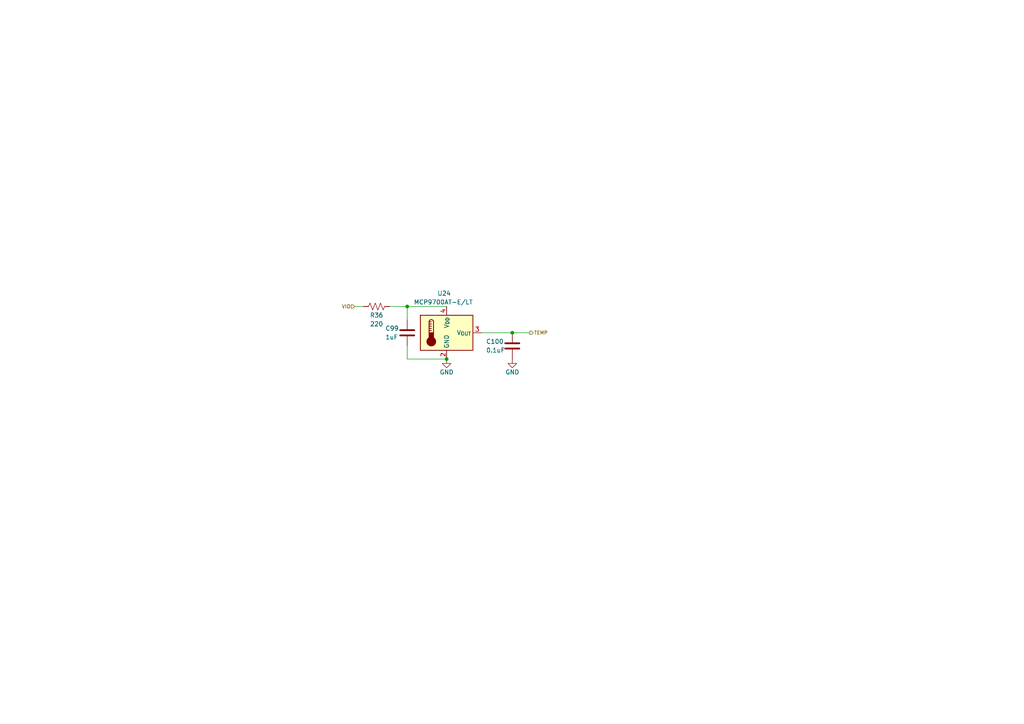
<source format=kicad_sch>
(kicad_sch (version 20230121) (generator eeschema)
  (paper "A4")
  (lib_symbols
    (symbol "Device:C" (pin_numbers hide) (pin_names (offset 0.254))
      (property "Reference" "C" (at 0.635 2.54 0))
      (property "Value" "C" (at 0.635 -2.54 0))
      (symbol "C_0_1"
        (polyline (pts (xy -2.032 -0.762) (xy 2.032 -0.762)) (stroke (width 0.508)))
        (polyline (pts (xy -2.032 0.762) (xy 2.032 0.762)) (stroke (width 0.508)))
      )
      (symbol "C_1_1"
        (pin passive line (at 0 3.81 270) (length 2.794) (name "~") (number "1"))
        (pin passive line (at 0 -3.81 90) (length 2.794) (name "~") (number "2"))
      )
    )
    (symbol "Device:R_US" (pin_numbers hide) (pin_names (offset 0))
      (property "Reference" "R" (at 2.54 0 90))
      (property "Value" "R_US" (at -2.54 0 90))
      (symbol "R_US_0_1"
        (polyline (pts (xy 0 -2.286) (xy 0 -2.54)))
        (polyline (pts (xy 0 2.286) (xy 0 2.54)))
        (polyline (pts (xy 0 -0.762) (xy 1.016 -1.143) (xy 0 -1.524) (xy -1.016 -1.905) (xy 0 -2.286)))
        (polyline (pts (xy 0 0.762) (xy 1.016 0.381) (xy 0 0) (xy -1.016 -0.381) (xy 0 -0.762)))
        (polyline (pts (xy 0 2.286) (xy 1.016 1.905) (xy 0 1.524) (xy -1.016 1.143) (xy 0 0.762)))
      )
      (symbol "R_US_1_1"
        (pin passive line (at 0 3.81 270) (length 1.27) (name "~") (number "1"))
        (pin passive line (at 0 -3.81 90) (length 1.27) (name "~") (number "2"))
      )
    )
    (symbol "Sensor_Temperature:MCP9700Ax-ELT"
      (property "Reference" "U" (at -6.35 6.35 0))
      (property "Value" "MCP9700Ax-ELT" (at 1.27 6.35 0))
      (symbol "MCP9700Ax-ELT_0_1"
        (rectangle (start -7.62 5.08) (end 7.62 -5.08) (stroke (width 0.254)) (fill (type background)))
        (circle (center -4.445 -2.54) (radius 1.27) (stroke (width 0.254)) (fill (type outline)))
        (rectangle (start -3.81 -1.905) (end -5.08 0) (stroke (width 0.254)) (fill (type outline)))
        (arc (start -3.81 3.175) (mid -4.445 3.8073) (end -5.08 3.175) (stroke (width 0.254)))
        (polyline (pts (xy -5.08 0.635) (xy -4.445 0.635)) (stroke (width 0.254)))
        (polyline (pts (xy -5.08 1.27) (xy -4.445 1.27)) (stroke (width 0.254)))
        (polyline (pts (xy -5.08 1.905) (xy -4.445 1.905)) (stroke (width 0.254)))
        (polyline (pts (xy -5.08 2.54) (xy -4.445 2.54)) (stroke (width 0.254)))
        (polyline (pts (xy -5.08 3.175) (xy -5.08 0)) (stroke (width 0.254)))
        (polyline (pts (xy -5.08 3.175) (xy -4.445 3.175)) (stroke (width 0.254)))
        (polyline (pts (xy -3.81 3.175) (xy -3.81 0)) (stroke (width 0.254)))
      )
      (symbol "MCP9700Ax-ELT_1_1"
        (pin no_connect line (at 7.62 -2.54 180) (length 2.54) hide (name "NC") (number "1"))
        (pin power_in line (at 0 -7.62 90) (length 2.54) (name "GND") (number "2"))
        (pin output line (at 10.16 0 180) (length 2.54) (name "V_{OUT}") (number "3"))
        (pin power_in line (at 0 7.62 270) (length 2.54) (name "V_{DD}") (number "4"))
        (pin no_connect line (at 7.62 2.54 180) (length 2.54) hide (name "NC") (number "5"))
      )
    )
    (symbol "power:GND" (power) (pin_names (offset 0))
      (property "Value" "GND" (at 0 -3.81 0))
      (symbol "GND_0_1"
        (polyline (pts (xy 0 0) (xy 0 -1.27) (xy 1.27 -1.27) (xy 0 -2.54) (xy -1.27 -1.27) (xy 0 -1.27)))
      )
      (symbol "GND_1_1"
        (pin power_in line (at 0 0 270) (length 0) hide (name "GND") (number "1"))
      )
    )
  )
  (junction (at 129.54 104.14))
  (junction (at 148.59 96.52))
  (junction (at 118.11 88.9))
  (wire (pts (xy 129.54 104.14) (xy 118.11 104.14)))
  (wire (pts (xy 118.11 104.14) (xy 118.11 100.33)))
  (wire (pts (xy 118.11 88.9) (xy 118.11 92.71)))
  (wire (pts (xy 139.7 96.52) (xy 148.59 96.52)))
  (wire (pts (xy 148.59 96.52) (xy 153.67 96.52)))
  (wire (pts (xy 118.11 88.9) (xy 129.54 88.9)))
  (wire (pts (xy 105.41 88.9) (xy 102.87 88.9)))
  (wire (pts (xy 113.03 88.9) (xy 118.11 88.9)))
  (hierarchical_label "TEMP" (shape output) (at 153.67 96.52 0) (effects (font (size 1.016 1.016))))
  (hierarchical_label "VIO" (shape input) (at 102.87 88.9 180) (effects (font (size 1.016 1.016))))
  (symbol (lib_id "power:GND") (at 148.59 104.14 0) (unit 1)
    (property "Reference" "#PWR04" (effects hide))
    (property "Value" "GND" (at 148.59 107.95 0))
    (instances (project "mainboard" (path "" (reference "#PWR04") (unit 1)) (path "" (reference "#PWR050") (unit 1)) (path "" (reference "#PWR0128") (unit 1)) (path "" (reference "#PWR0131") (unit 1)) (path "" (reference "#PWR0133") (unit 1))))
  )
  (symbol (lib_id "Device:R_US") (at 109.22 88.9 90) (unit 1)
    (property "Reference" "R36" (at 109.22 91.44 90))
    (property "Value" "220" (at 109.22 93.98 90))
    (property "Footprint" "Resistor_SMD:R_0603_1608Metric" (effects hide))
    (instances (project "mainboard" (path "" (reference "R36") (unit 1)) (path "" (reference "R29") (unit 1)) (path "" (reference "R119") (unit 1)) (path "" (reference "R125") (unit 1)) (path "" (reference "R126") (unit 1))))
  )
  (symbol (lib_id "Sensor_Temperature:MCP9700Ax-ELT") (at 129.54 96.52 0) (unit 1)
    (property "Reference" "U24" (at 130.81 85.09 0) (effects (justify right)))
    (property "Value" "MCP9700AT-E/LT" (at 137.16 87.63 0) (effects (justify right)))
    (property "Footprint" "Package_TO_SOT_SMD:SOT-353_SC-70-5" (effects hide))
    (property "Datasheet" "http://ww1.microchip.com/downloads/en/DeviceDoc/20001942G.pdf" (effects hide))
    (property "Mfr. Part No" "MCP9700AT-E/LT" (effects hide))
    (instances (project "mainboard" (path "" (reference "U24") (unit 1)) (path "" (reference "U9") (unit 1)) (path "" (reference "U24") (unit 1)) (path "" (reference "U25") (unit 1)) (path "" (reference "U26") (unit 1))))
  )
  (symbol (lib_id "power:GND") (at 129.54 104.14 0) (unit 1)
    (property "Reference" "#PWR0136" (effects hide))
    (property "Value" "GND" (at 129.54 107.95 0))
    (instances (project "mainboard" (path "" (reference "#PWR0136") (unit 1)) (path "" (reference "#PWR049") (unit 1)) (path "" (reference "#PWR0127") (unit 1)) (path "" (reference "#PWR0130") (unit 1)) (path "" (reference "#PWR0132") (unit 1))))
  )
  (symbol (lib_id "Device:C") (at 148.59 100.33 0) (unit 1)
    (property "Reference" "C100" (at 140.97 99.06 0) (effects (justify left)))
    (property "Value" "0.1uF" (at 140.97 101.6 0) (effects (justify left)))
    (property "Footprint" "Capacitor_SMD:C_0402_1005Metric" (effects hide))
    (instances (project "mainboard" (path "" (reference "C100") (unit 1)) (path "" (reference "C31") (unit 1)) (path "" (reference "C78") (unit 1)) (path "" (reference "C81") (unit 1)) (path "" (reference "C83") (unit 1))))
  )
  (symbol (lib_id "Device:C") (at 118.11 96.52 0) (unit 1)
    (property "Reference" "C99" (at 111.76 95.25 0) (effects (justify left)))
    (property "Value" "1uF" (at 111.76 97.79 0) (effects (justify left)))
    (property "Footprint" "Capacitor_SMD:C_0603_1608Metric" (effects hide))
    (instances (project "mainboard" (path "" (reference "C99") (unit 1)) (path "" (reference "C30") (unit 1)) (path "" (reference "C77") (unit 1)) (path "" (reference "C80") (unit 1)) (path "" (reference "C82") (unit 1))))
  )
)
</source>
